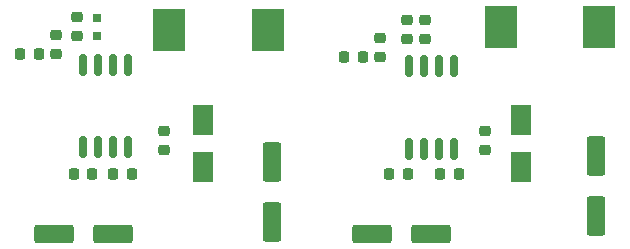
<source format=gtp>
G04 #@! TF.GenerationSoftware,KiCad,Pcbnew,(6.0.1)*
G04 #@! TF.CreationDate,2023-02-19T12:06:20-06:00*
G04 #@! TF.ProjectId,2019-Pi-Power,32303139-2d50-4692-9d50-6f7765722e6b,V2*
G04 #@! TF.SameCoordinates,Original*
G04 #@! TF.FileFunction,Paste,Top*
G04 #@! TF.FilePolarity,Positive*
%FSLAX46Y46*%
G04 Gerber Fmt 4.6, Leading zero omitted, Abs format (unit mm)*
G04 Created by KiCad (PCBNEW (6.0.1)) date 2023-02-19 12:06:20*
%MOMM*%
%LPD*%
G01*
G04 APERTURE LIST*
G04 Aperture macros list*
%AMRoundRect*
0 Rectangle with rounded corners*
0 $1 Rounding radius*
0 $2 $3 $4 $5 $6 $7 $8 $9 X,Y pos of 4 corners*
0 Add a 4 corners polygon primitive as box body*
4,1,4,$2,$3,$4,$5,$6,$7,$8,$9,$2,$3,0*
0 Add four circle primitives for the rounded corners*
1,1,$1+$1,$2,$3*
1,1,$1+$1,$4,$5*
1,1,$1+$1,$6,$7*
1,1,$1+$1,$8,$9*
0 Add four rect primitives between the rounded corners*
20,1,$1+$1,$2,$3,$4,$5,0*
20,1,$1+$1,$4,$5,$6,$7,0*
20,1,$1+$1,$6,$7,$8,$9,0*
20,1,$1+$1,$8,$9,$2,$3,0*%
G04 Aperture macros list end*
%ADD10RoundRect,0.218750X-0.218750X-0.256250X0.218750X-0.256250X0.218750X0.256250X-0.218750X0.256250X0*%
%ADD11RoundRect,0.218750X-0.256250X0.218750X-0.256250X-0.218750X0.256250X-0.218750X0.256250X0.218750X0*%
%ADD12R,0.750000X0.800000*%
%ADD13R,2.700000X3.600000*%
%ADD14RoundRect,0.218750X0.218750X0.256250X-0.218750X0.256250X-0.218750X-0.256250X0.218750X-0.256250X0*%
%ADD15RoundRect,0.218750X0.256250X-0.218750X0.256250X0.218750X-0.256250X0.218750X-0.256250X-0.218750X0*%
%ADD16RoundRect,0.150000X-0.150000X0.800000X-0.150000X-0.800000X0.150000X-0.800000X0.150000X0.800000X0*%
%ADD17R,1.700000X2.500000*%
%ADD18RoundRect,0.250000X1.412500X0.550000X-1.412500X0.550000X-1.412500X-0.550000X1.412500X-0.550000X0*%
%ADD19RoundRect,0.250000X-0.550000X1.412500X-0.550000X-1.412500X0.550000X-1.412500X0.550000X1.412500X0*%
G04 APERTURE END LIST*
D10*
X214960500Y-125870000D03*
X216535500Y-125870000D03*
D11*
X219304000Y-122263000D03*
X219304000Y-123838000D03*
D12*
X213589000Y-114186000D03*
X213589000Y-112686000D03*
D13*
X228026000Y-113678000D03*
X219726000Y-113678000D03*
D14*
X213208000Y-125870000D03*
X211633000Y-125870000D03*
D15*
X210160000Y-115735500D03*
X210160000Y-114160500D03*
D11*
X211938000Y-112636500D03*
X211938000Y-114211500D03*
D10*
X207086500Y-115710000D03*
X208661500Y-115710000D03*
D16*
X216192500Y-116655000D03*
X214922500Y-116655000D03*
X213652500Y-116655000D03*
X212382500Y-116655000D03*
X212382500Y-123655000D03*
X213652500Y-123655000D03*
X214922500Y-123655000D03*
X216192500Y-123655000D03*
D17*
X222606000Y-125330000D03*
X222606000Y-121330000D03*
D18*
X214983500Y-130950000D03*
X209908500Y-130950000D03*
D19*
X228448000Y-124856500D03*
X228448000Y-129931500D03*
D18*
X241907500Y-130950000D03*
X236832500Y-130950000D03*
D10*
X242646500Y-125870000D03*
X244221500Y-125870000D03*
D11*
X246482000Y-122263000D03*
X246482000Y-123838000D03*
D19*
X255880000Y-124348500D03*
X255880000Y-129423500D03*
D17*
X249530000Y-125330000D03*
X249530000Y-121330000D03*
D13*
X256134000Y-113424000D03*
X247834000Y-113424000D03*
D14*
X239903500Y-125870000D03*
X238328500Y-125870000D03*
D15*
X237592000Y-115989500D03*
X237592000Y-114414500D03*
D10*
X234518500Y-115964000D03*
X236093500Y-115964000D03*
D16*
X243815000Y-116782000D03*
X242545000Y-116782000D03*
X241275000Y-116782000D03*
X240005000Y-116782000D03*
X240005000Y-123782000D03*
X241275000Y-123782000D03*
X242545000Y-123782000D03*
X243815000Y-123782000D03*
D15*
X241402000Y-114465500D03*
X241402000Y-112890500D03*
D11*
X239878000Y-112890500D03*
X239878000Y-114465500D03*
M02*

</source>
